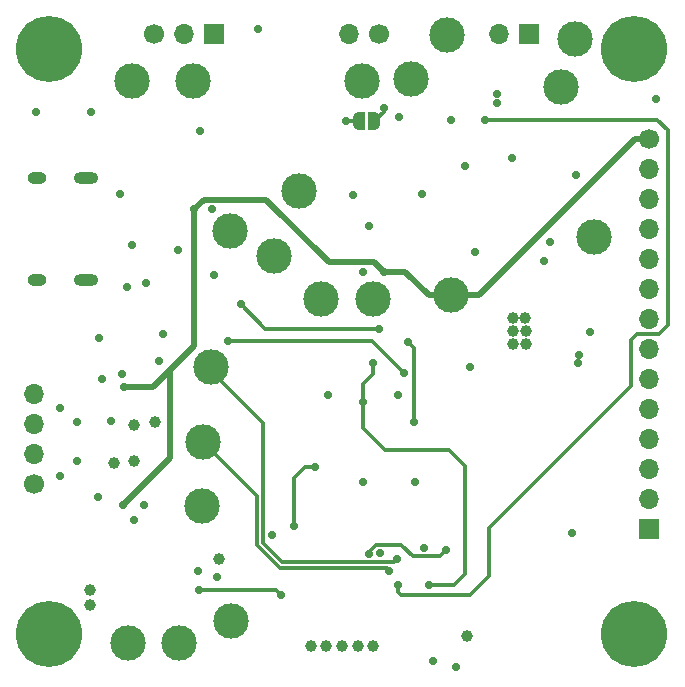
<source format=gbl>
G04 #@! TF.GenerationSoftware,KiCad,Pcbnew,8.0.6*
G04 #@! TF.CreationDate,2025-01-17T02:24:04-08:00*
G04 #@! TF.ProjectId,Constellation Stack V2.0,436f6e73-7465-46c6-9c61-74696f6e2053,rev?*
G04 #@! TF.SameCoordinates,Original*
G04 #@! TF.FileFunction,Copper,L4,Bot*
G04 #@! TF.FilePolarity,Positive*
%FSLAX46Y46*%
G04 Gerber Fmt 4.6, Leading zero omitted, Abs format (unit mm)*
G04 Created by KiCad (PCBNEW 8.0.6) date 2025-01-17 02:24:04*
%MOMM*%
%LPD*%
G01*
G04 APERTURE LIST*
G04 Aperture macros list*
%AMFreePoly0*
4,1,19,0.500000,-0.750000,0.000000,-0.750000,0.000000,-0.744911,-0.071157,-0.744911,-0.207708,-0.704816,-0.327430,-0.627875,-0.420627,-0.520320,-0.479746,-0.390866,-0.500000,-0.250000,-0.500000,0.250000,-0.479746,0.390866,-0.420627,0.520320,-0.327430,0.627875,-0.207708,0.704816,-0.071157,0.744911,0.000000,0.744911,0.000000,0.750000,0.500000,0.750000,0.500000,-0.750000,0.500000,-0.750000,
$1*%
%AMFreePoly1*
4,1,19,0.000000,0.744911,0.071157,0.744911,0.207708,0.704816,0.327430,0.627875,0.420627,0.520320,0.479746,0.390866,0.500000,0.250000,0.500000,-0.250000,0.479746,-0.390866,0.420627,-0.520320,0.327430,-0.627875,0.207708,-0.704816,0.071157,-0.744911,0.000000,-0.744911,0.000000,-0.750000,-0.500000,-0.750000,-0.500000,0.750000,0.000000,0.750000,0.000000,0.744911,0.000000,0.744911,
$1*%
G04 Aperture macros list end*
G04 #@! TA.AperFunction,ComponentPad*
%ADD10C,5.600000*%
G04 #@! TD*
G04 #@! TA.AperFunction,ComponentPad*
%ADD11O,2.100000X1.000000*%
G04 #@! TD*
G04 #@! TA.AperFunction,ComponentPad*
%ADD12O,1.600000X1.000000*%
G04 #@! TD*
G04 #@! TA.AperFunction,ComponentPad*
%ADD13C,3.000000*%
G04 #@! TD*
G04 #@! TA.AperFunction,ComponentPad*
%ADD14C,1.700000*%
G04 #@! TD*
G04 #@! TA.AperFunction,ComponentPad*
%ADD15O,1.700000X1.700000*%
G04 #@! TD*
G04 #@! TA.AperFunction,ComponentPad*
%ADD16R,1.700000X1.700000*%
G04 #@! TD*
G04 #@! TA.AperFunction,SMDPad,CuDef*
%ADD17FreePoly0,0.000000*%
G04 #@! TD*
G04 #@! TA.AperFunction,SMDPad,CuDef*
%ADD18FreePoly1,0.000000*%
G04 #@! TD*
G04 #@! TA.AperFunction,ViaPad*
%ADD19C,1.000000*%
G04 #@! TD*
G04 #@! TA.AperFunction,ViaPad*
%ADD20C,0.700000*%
G04 #@! TD*
G04 #@! TA.AperFunction,Conductor*
%ADD21C,0.500000*%
G04 #@! TD*
G04 #@! TA.AperFunction,Conductor*
%ADD22C,0.300000*%
G04 #@! TD*
G04 APERTURE END LIST*
D10*
X78740000Y-78740000D03*
D11*
X32315000Y-40130000D03*
D12*
X28135000Y-40130000D03*
D11*
X32315000Y-48770000D03*
D12*
X28135000Y-48770000D03*
D10*
X29210000Y-78740000D03*
X78740000Y-29210000D03*
X29210000Y-29210000D03*
D13*
X62860000Y-27980000D03*
X42870000Y-56080000D03*
X40175000Y-79490000D03*
X50370000Y-41190000D03*
X56580000Y-50380000D03*
X36200000Y-31870000D03*
X42180000Y-62470000D03*
X41410000Y-31850000D03*
X44600000Y-77610000D03*
D14*
X38100000Y-27940000D03*
D15*
X40640000Y-27940000D03*
D16*
X43179999Y-27940000D03*
D14*
X57150000Y-27940000D03*
D15*
X54610000Y-27940000D03*
D13*
X42140000Y-67850000D03*
X63246000Y-50038000D03*
X73725000Y-28350000D03*
X44510000Y-44590000D03*
X52240000Y-50310000D03*
X72500000Y-32375000D03*
D14*
X27940000Y-66040000D03*
D15*
X27940000Y-63500000D03*
X27940000Y-60960001D03*
X27940000Y-58420000D03*
D13*
X48220000Y-46710000D03*
D16*
X69850000Y-27940000D03*
D15*
X67310000Y-27940000D03*
D13*
X59850000Y-31710000D03*
D17*
X55425001Y-35292500D03*
D18*
X56724999Y-35292500D03*
D13*
X75280000Y-45110000D03*
X35890000Y-79490000D03*
X55690000Y-31880000D03*
D14*
X80010000Y-36830000D03*
D15*
X80010000Y-39370000D03*
X80010000Y-41910000D03*
X80010000Y-44450000D03*
X80010000Y-46990000D03*
X80010000Y-49530000D03*
X80010000Y-52070000D03*
X80010000Y-54610000D03*
X80010000Y-57150000D03*
X80010000Y-59690000D03*
X80010000Y-62230000D03*
X80010000Y-64770000D03*
X80010000Y-67310000D03*
D16*
X80010000Y-69850000D03*
D19*
X52665578Y-79705467D03*
D20*
X33290000Y-67150000D03*
X73450000Y-70120000D03*
D19*
X36412500Y-64030000D03*
D20*
X30100000Y-65310000D03*
X30080000Y-59570000D03*
X71630000Y-45560000D03*
X35753750Y-49312500D03*
X80567500Y-33391362D03*
X31553744Y-64071773D03*
X38500000Y-55620000D03*
X43169999Y-48281593D03*
X48060000Y-70330000D03*
D19*
X38160000Y-60800000D03*
D20*
X35380000Y-56670000D03*
X33440000Y-53680000D03*
D19*
X56640579Y-79705467D03*
D20*
X36350000Y-69050000D03*
X43420000Y-73920000D03*
X40127500Y-46190000D03*
D19*
X51340579Y-79705467D03*
D20*
X36213750Y-45732500D03*
X28080000Y-34544000D03*
X46870000Y-27460001D03*
X61710000Y-81020000D03*
X55785000Y-48025000D03*
X73800000Y-39810000D03*
D19*
X53990579Y-79705467D03*
D20*
X64860000Y-56130000D03*
X60155000Y-65879998D03*
X60780000Y-41492501D03*
X58715000Y-58440000D03*
X58850000Y-34900000D03*
X67100000Y-32990000D03*
X60910000Y-71430000D03*
X42985000Y-42730000D03*
D19*
X55315578Y-79705467D03*
D20*
X74000000Y-55780000D03*
X63200000Y-35170000D03*
X74950000Y-53120000D03*
X65260000Y-46340000D03*
X74010000Y-55050000D03*
X67110000Y-33710000D03*
D19*
X34662499Y-64247525D03*
D20*
X63630000Y-81460000D03*
X38800000Y-53300000D03*
X71110000Y-47120000D03*
X57170000Y-71850000D03*
X64436031Y-39100001D03*
X34412559Y-60690221D03*
X37393750Y-48992500D03*
D19*
X32620000Y-76220000D03*
D20*
X31514365Y-60765555D03*
X35223750Y-41442500D03*
X55755000Y-65870000D03*
X41974999Y-36160000D03*
X54935000Y-41505000D03*
X56240000Y-44200000D03*
D19*
X36375889Y-61005000D03*
D20*
X68359999Y-38410001D03*
X33700000Y-57150000D03*
D19*
X69550000Y-53090000D03*
X32620000Y-74970000D03*
X68450000Y-51990000D03*
X43530000Y-72330000D03*
X68450000Y-53080000D03*
D20*
X41800000Y-73380000D03*
D19*
X69550000Y-54190000D03*
D20*
X32690000Y-34554000D03*
D19*
X69500000Y-51990000D03*
D20*
X37250000Y-67800000D03*
D19*
X68450000Y-54190000D03*
D20*
X52797500Y-58460000D03*
D19*
X64600000Y-78900000D03*
D20*
X41450000Y-42760000D03*
X57520000Y-48030000D03*
X35440000Y-67760000D03*
X35500000Y-57760000D03*
X61380000Y-74600000D03*
X55755000Y-59070000D03*
X56617475Y-55755025D03*
X54300000Y-35300000D03*
X51720000Y-64550000D03*
X49930000Y-69600000D03*
X59585000Y-54000000D03*
X60105000Y-60790000D03*
X45390000Y-50800000D03*
X57112500Y-52870000D03*
X44360000Y-53880000D03*
X59242500Y-56570000D03*
X58700000Y-74600000D03*
X66120000Y-35160000D03*
X56273892Y-71933637D03*
X62760000Y-71620000D03*
X57525000Y-34200000D03*
X41890000Y-74960000D03*
X48830000Y-75400000D03*
X57975000Y-73333637D03*
X58675000Y-72320000D03*
D21*
X57540000Y-48050000D02*
X57520000Y-48030000D01*
X39406141Y-56376141D02*
X39420000Y-56390000D01*
X61318000Y-50038000D02*
X59330000Y-48050000D01*
X43326371Y-41940000D02*
X47590000Y-41940000D01*
X78807919Y-36830000D02*
X65599919Y-50038000D01*
X41450000Y-42760000D02*
X41450000Y-54332283D01*
X52875000Y-47225000D02*
X56715000Y-47225000D01*
X65599919Y-50038000D02*
X63246000Y-50038000D01*
X80010000Y-36830000D02*
X78807919Y-36830000D01*
X43316371Y-41930000D02*
X43326371Y-41940000D01*
X41450000Y-42760000D02*
X42280000Y-41930000D01*
X42280000Y-41930000D02*
X43316371Y-41930000D01*
X39420000Y-63780000D02*
X35440000Y-67760000D01*
X39420000Y-56390000D02*
X39420000Y-63780000D01*
X41450000Y-54332283D02*
X38022283Y-57760000D01*
X38022283Y-57760000D02*
X35500000Y-57760000D01*
X63246000Y-50038000D02*
X61318000Y-50038000D01*
X59330000Y-48050000D02*
X57540000Y-48050000D01*
X56715000Y-47225000D02*
X57520000Y-48030000D01*
X47590000Y-41940000D02*
X52875000Y-47225000D01*
D22*
X57640000Y-63110000D02*
X55755000Y-61225000D01*
X56617475Y-55755025D02*
X56617475Y-56717525D01*
X55755000Y-57580000D02*
X55755000Y-59070000D01*
X56617475Y-56717525D02*
X55755000Y-57580000D01*
X61380000Y-74600000D02*
X63490000Y-74600000D01*
X63020000Y-63110000D02*
X57640000Y-63110000D01*
X64430000Y-73660000D02*
X64430000Y-64520000D01*
X63490000Y-74600000D02*
X64430000Y-73660000D01*
X55755000Y-61225000D02*
X55755000Y-59070000D01*
X64430000Y-64520000D02*
X63020000Y-63110000D01*
X54307500Y-35292500D02*
X55425001Y-35292500D01*
X54300000Y-35300000D02*
X54307500Y-35292500D01*
X60105000Y-54520000D02*
X59585000Y-54000000D01*
X49930000Y-65490000D02*
X49930000Y-69600000D01*
X50870000Y-64550000D02*
X49930000Y-65490000D01*
X60105000Y-60790000D02*
X60105000Y-54520000D01*
X51720000Y-64550000D02*
X50870000Y-64550000D01*
X57112500Y-52870000D02*
X47460000Y-52870000D01*
X47460000Y-52870000D02*
X45390000Y-50800000D01*
X56552500Y-53880000D02*
X59242500Y-56570000D01*
X44360000Y-53880000D02*
X56552500Y-53880000D01*
X78960000Y-53320000D02*
X80810000Y-53320000D01*
X64850000Y-75430000D02*
X66460000Y-73820000D01*
X58700000Y-74600000D02*
X58700000Y-75170000D01*
X81550000Y-52580000D02*
X81550000Y-36040000D01*
X66460000Y-69730000D02*
X78440000Y-57750000D01*
X81550000Y-36040000D02*
X80690000Y-35180000D01*
X78440000Y-53840000D02*
X78960000Y-53320000D01*
X66460000Y-73820000D02*
X66460000Y-69730000D01*
X80810000Y-53320000D02*
X81550000Y-52580000D01*
X66140000Y-35180000D02*
X66120000Y-35160000D01*
X80690000Y-35180000D02*
X66140000Y-35180000D01*
X58700000Y-75170000D02*
X58960000Y-75430000D01*
X58960000Y-75430000D02*
X64850000Y-75430000D01*
X78440000Y-57750000D02*
X78440000Y-53840000D01*
X56880050Y-71150000D02*
X59020000Y-71150000D01*
X59020000Y-71150000D02*
X60000000Y-72130000D01*
X60000000Y-72130000D02*
X62250000Y-72130000D01*
X56273892Y-71756158D02*
X56880050Y-71150000D01*
X56273892Y-71933637D02*
X56273892Y-71756158D01*
X62250000Y-72130000D02*
X62760000Y-71620000D01*
X57525000Y-34492499D02*
X56724999Y-35292500D01*
X57525000Y-34200000D02*
X57525000Y-34492499D01*
X41890000Y-74960000D02*
X48390000Y-74960000D01*
X48390000Y-74960000D02*
X48830000Y-75400000D01*
X46770000Y-71167107D02*
X46770000Y-67060000D01*
X57775000Y-73133637D02*
X48736530Y-73133637D01*
X57975000Y-73333637D02*
X57775000Y-73133637D01*
X48736530Y-73133637D02*
X46770000Y-71167107D01*
X46770000Y-67060000D02*
X42180000Y-62470000D01*
X58361363Y-72633637D02*
X48943637Y-72633637D01*
X48943637Y-72633637D02*
X47280000Y-70970000D01*
X58675000Y-72320000D02*
X58361363Y-72633637D01*
X42870000Y-56470000D02*
X42870000Y-56080000D01*
X47280000Y-60880000D02*
X42870000Y-56470000D01*
X47280000Y-70970000D02*
X47280000Y-60880000D01*
M02*

</source>
